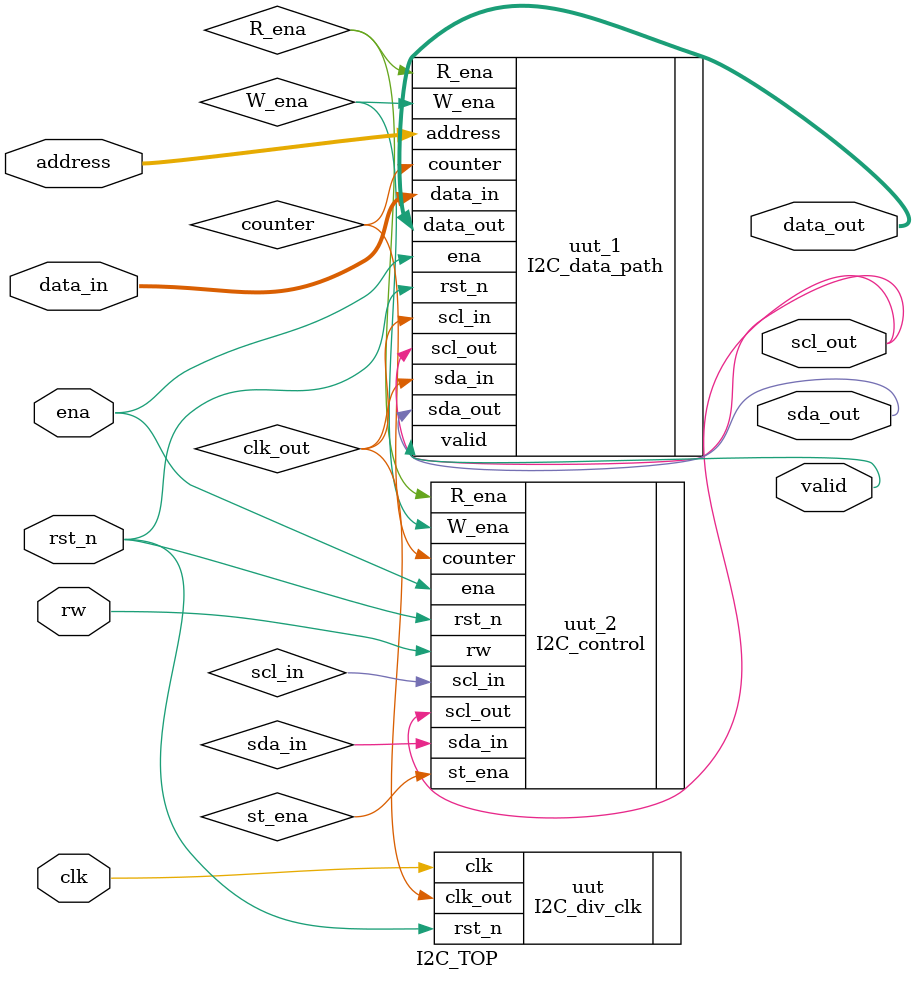
<source format=v>
module I2C_TOP (
    input clk , 
    input rst_n,
    input ena , 
    input rw , 
    input [7:0] data_in,
    input [6:0] address ,
    // input n_byte ,
    output valid,
    output [7:0] data_out ,
    output scl_out ,
    output sda_out
);
reg clk_out ;
reg W_ena, R_ena, st_ena, counter;
I2C_div_clk # (.heso (8) ,
               .size (3)) 
 uut (
    .clk(clk),
    .rst_n(rst_n),
    .clk_out(clk_out)
);
I2C_data_path uut_1 (
    .scl_in(clk_out),
    .rst_n(rst_n),
    .W_ena(W_ena),
    .R_ena(R_ena),
    .sda_in(clk_out),
    .data_in(data_in),
    .address(address),
    .ena(ena),
    .data_out(data_out),
    .valid(valid),
    .counter (counter),
    .sda_out(sda_out),
    .scl_out(scl_out)
);
I2C_control uut_2 (
    . rst_n(rst_n) ,
    . rw(rw) ,
    . ena(ena),
    . sda_in(sda_in),
    . counter(counter) ,
    . W_ena (W_ena),
    . R_ena (R_ena),
    . st_ena(st_ena),
    . scl_in(scl_in),
    .scl_out(scl_out)
);
endmodule


</source>
